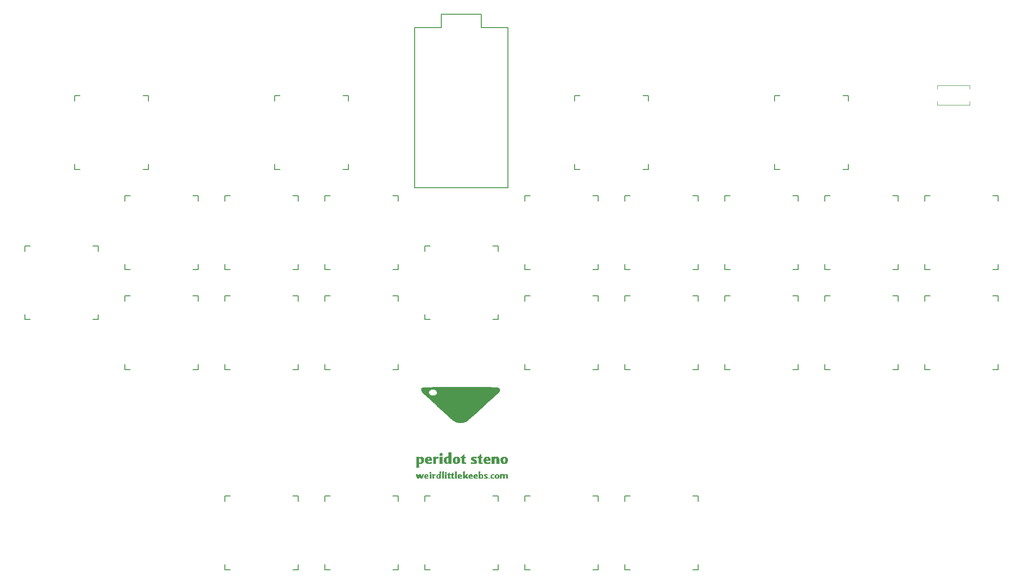
<source format=gto>
%TF.GenerationSoftware,KiCad,Pcbnew,(7.0.0)*%
%TF.CreationDate,2023-03-05T08:54:37+05:30*%
%TF.ProjectId,Peridot Steno,50657269-646f-4742-9053-74656e6f2e6b,rev?*%
%TF.SameCoordinates,Original*%
%TF.FileFunction,Legend,Top*%
%TF.FilePolarity,Positive*%
%FSLAX46Y46*%
G04 Gerber Fmt 4.6, Leading zero omitted, Abs format (unit mm)*
G04 Created by KiCad (PCBNEW (7.0.0)) date 2023-03-05 08:54:37*
%MOMM*%
%LPD*%
G01*
G04 APERTURE LIST*
%ADD10C,0.150000*%
%ADD11C,0.120000*%
%ADD12C,2.100000*%
%ADD13C,1.900000*%
%ADD14C,4.000000*%
%ADD15O,2.800000X2.000000*%
%ADD16O,2.500000X2.000000*%
%ADD17O,2.000000X2.800000*%
%ADD18O,2.000000X2.500000*%
%ADD19C,3.048000*%
%ADD20C,3.987800*%
%ADD21C,1.800000*%
%ADD22R,1.752600X1.752600*%
%ADD23C,1.752600*%
%ADD24R,1.600000X1.600000*%
%ADD25O,1.600000X1.600000*%
%ADD26R,2.000000X2.000000*%
G04 APERTURE END LIST*
D10*
%TO.C,SW26*%
X154925000Y-60675000D02*
X154925000Y-59675000D01*
X154925000Y-73675000D02*
X154925000Y-72675000D01*
X154925000Y-73675000D02*
X155925000Y-73675000D01*
X155925000Y-59675000D02*
X154925000Y-59675000D01*
X167925000Y-73675000D02*
X168925000Y-73675000D01*
X168925000Y-59675000D02*
X167925000Y-59675000D01*
X168925000Y-59675000D02*
X168925000Y-60675000D01*
X168925000Y-72675000D02*
X168925000Y-73675000D01*
%TO.C,SW19*%
X97775000Y-117825000D02*
X97775000Y-116825000D01*
X97775000Y-130825000D02*
X97775000Y-129825000D01*
X97775000Y-130825000D02*
X98775000Y-130825000D01*
X98775000Y-116825000D02*
X97775000Y-116825000D01*
X110775000Y-130825000D02*
X111775000Y-130825000D01*
X111775000Y-116825000D02*
X110775000Y-116825000D01*
X111775000Y-116825000D02*
X111775000Y-117825000D01*
X111775000Y-129825000D02*
X111775000Y-130825000D01*
%TO.C,SW17*%
X116825000Y-60675000D02*
X116825000Y-59675000D01*
X116825000Y-73675000D02*
X116825000Y-72675000D01*
X116825000Y-73675000D02*
X117825000Y-73675000D01*
X117825000Y-59675000D02*
X116825000Y-59675000D01*
X129825000Y-73675000D02*
X130825000Y-73675000D01*
X130825000Y-59675000D02*
X129825000Y-59675000D01*
X130825000Y-59675000D02*
X130825000Y-60675000D01*
X130825000Y-72675000D02*
X130825000Y-73675000D01*
%TO.C,SW42*%
X231125000Y-60675000D02*
X231125000Y-59675000D01*
X231125000Y-73675000D02*
X231125000Y-72675000D01*
X231125000Y-73675000D02*
X232125000Y-73675000D01*
X232125000Y-59675000D02*
X231125000Y-59675000D01*
X244125000Y-73675000D02*
X245125000Y-73675000D01*
X245125000Y-59675000D02*
X244125000Y-59675000D01*
X245125000Y-59675000D02*
X245125000Y-60675000D01*
X245125000Y-72675000D02*
X245125000Y-73675000D01*
%TO.C,SW27*%
X154925000Y-79725000D02*
X154925000Y-78725000D01*
X154925000Y-92725000D02*
X154925000Y-91725000D01*
X154925000Y-92725000D02*
X155925000Y-92725000D01*
X155925000Y-78725000D02*
X154925000Y-78725000D01*
X167925000Y-92725000D02*
X168925000Y-92725000D01*
X168925000Y-78725000D02*
X167925000Y-78725000D01*
X168925000Y-78725000D02*
X168925000Y-79725000D01*
X168925000Y-91725000D02*
X168925000Y-92725000D01*
%TO.C,SW36*%
X173975000Y-117825000D02*
X173975000Y-116825000D01*
X173975000Y-130825000D02*
X173975000Y-129825000D01*
X173975000Y-130825000D02*
X174975000Y-130825000D01*
X174975000Y-116825000D02*
X173975000Y-116825000D01*
X186975000Y-130825000D02*
X187975000Y-130825000D01*
X187975000Y-116825000D02*
X186975000Y-116825000D01*
X187975000Y-116825000D02*
X187975000Y-117825000D01*
X187975000Y-129825000D02*
X187975000Y-130825000D01*
%TO.C,SW21*%
X136875000Y-83200000D02*
X135875000Y-83200000D01*
X149875000Y-83200000D02*
X148875000Y-83200000D01*
X149875000Y-83200000D02*
X149875000Y-82200000D01*
X135875000Y-82200000D02*
X135875000Y-83200000D01*
X149875000Y-70200000D02*
X149875000Y-69200000D01*
X135875000Y-69200000D02*
X135875000Y-70200000D01*
X135875000Y-69200000D02*
X136875000Y-69200000D01*
X148875000Y-69200000D02*
X149875000Y-69200000D01*
%TO.C,SW32*%
X154925000Y-117825000D02*
X154925000Y-116825000D01*
X154925000Y-130825000D02*
X154925000Y-129825000D01*
X154925000Y-130825000D02*
X155925000Y-130825000D01*
X155925000Y-116825000D02*
X154925000Y-116825000D01*
X167925000Y-130825000D02*
X168925000Y-130825000D01*
X168925000Y-116825000D02*
X167925000Y-116825000D01*
X168925000Y-116825000D02*
X168925000Y-117825000D01*
X168925000Y-129825000D02*
X168925000Y-130825000D01*
%TO.C,SW28*%
X135875000Y-117825000D02*
X135875000Y-116825000D01*
X135875000Y-130825000D02*
X135875000Y-129825000D01*
X135875000Y-130825000D02*
X136875000Y-130825000D01*
X136875000Y-116825000D02*
X135875000Y-116825000D01*
X148875000Y-130825000D02*
X149875000Y-130825000D01*
X149875000Y-116825000D02*
X148875000Y-116825000D01*
X149875000Y-116825000D02*
X149875000Y-117825000D01*
X149875000Y-129825000D02*
X149875000Y-130825000D01*
%TO.C,SW33*%
X202550000Y-41625000D02*
X202550000Y-40625000D01*
X202550000Y-54625000D02*
X202550000Y-53625000D01*
X202550000Y-54625000D02*
X203550000Y-54625000D01*
X203550000Y-40625000D02*
X202550000Y-40625000D01*
X215550000Y-54625000D02*
X216550000Y-54625000D01*
X216550000Y-40625000D02*
X215550000Y-40625000D01*
X216550000Y-40625000D02*
X216550000Y-41625000D01*
X216550000Y-53625000D02*
X216550000Y-54625000D01*
%TO.C,SW34*%
X193025000Y-60675000D02*
X193025000Y-59675000D01*
X193025000Y-73675000D02*
X193025000Y-72675000D01*
X193025000Y-73675000D02*
X194025000Y-73675000D01*
X194025000Y-59675000D02*
X193025000Y-59675000D01*
X206025000Y-73675000D02*
X207025000Y-73675000D01*
X207025000Y-59675000D02*
X206025000Y-59675000D01*
X207025000Y-59675000D02*
X207025000Y-60675000D01*
X207025000Y-72675000D02*
X207025000Y-73675000D01*
%TO.C,SW39*%
X212075000Y-79725000D02*
X212075000Y-78725000D01*
X212075000Y-92725000D02*
X212075000Y-91725000D01*
X212075000Y-92725000D02*
X213075000Y-92725000D01*
X213075000Y-78725000D02*
X212075000Y-78725000D01*
X225075000Y-92725000D02*
X226075000Y-92725000D01*
X226075000Y-78725000D02*
X225075000Y-78725000D01*
X226075000Y-78725000D02*
X226075000Y-79725000D01*
X226075000Y-91725000D02*
X226075000Y-92725000D01*
%TO.C,SW31*%
X173975000Y-79725000D02*
X173975000Y-78725000D01*
X173975000Y-92725000D02*
X173975000Y-91725000D01*
X173975000Y-92725000D02*
X174975000Y-92725000D01*
X174975000Y-78725000D02*
X173975000Y-78725000D01*
X186975000Y-92725000D02*
X187975000Y-92725000D01*
X187975000Y-78725000D02*
X186975000Y-78725000D01*
X187975000Y-78725000D02*
X187975000Y-79725000D01*
X187975000Y-91725000D02*
X187975000Y-92725000D01*
%TO.C,SW9*%
X78725000Y-79725000D02*
X78725000Y-78725000D01*
X78725000Y-92725000D02*
X78725000Y-91725000D01*
X78725000Y-92725000D02*
X79725000Y-92725000D01*
X79725000Y-78725000D02*
X78725000Y-78725000D01*
X91725000Y-92725000D02*
X92725000Y-92725000D01*
X92725000Y-78725000D02*
X91725000Y-78725000D01*
X92725000Y-78725000D02*
X92725000Y-79725000D01*
X92725000Y-91725000D02*
X92725000Y-92725000D01*
%TO.C,U1*%
X146685000Y-25082500D02*
X146685000Y-27622500D01*
X139065000Y-25082500D02*
X146685000Y-25082500D01*
X151765000Y-27622500D02*
X151765000Y-58102500D01*
X146685000Y-27622500D02*
X151765000Y-27622500D01*
X139065000Y-27622500D02*
X139065000Y-25082500D01*
X133985000Y-27622500D02*
X139065000Y-27622500D01*
X133985000Y-27622500D02*
X133985000Y-58102500D01*
X151765000Y-58102500D02*
X133985000Y-58102500D01*
%TO.C,SW12*%
X97775000Y-60675000D02*
X97775000Y-59675000D01*
X97775000Y-73675000D02*
X97775000Y-72675000D01*
X97775000Y-73675000D02*
X98775000Y-73675000D01*
X98775000Y-59675000D02*
X97775000Y-59675000D01*
X110775000Y-73675000D02*
X111775000Y-73675000D01*
X111775000Y-59675000D02*
X110775000Y-59675000D01*
X111775000Y-59675000D02*
X111775000Y-60675000D01*
X111775000Y-72675000D02*
X111775000Y-73675000D01*
%TO.C,SW4*%
X60675000Y-83200000D02*
X59675000Y-83200000D01*
X73675000Y-83200000D02*
X72675000Y-83200000D01*
X73675000Y-83200000D02*
X73675000Y-82200000D01*
X59675000Y-82200000D02*
X59675000Y-83200000D01*
X73675000Y-70200000D02*
X73675000Y-69200000D01*
X59675000Y-69200000D02*
X59675000Y-70200000D01*
X59675000Y-69200000D02*
X60675000Y-69200000D01*
X72675000Y-69200000D02*
X73675000Y-69200000D01*
%TO.C,SW11*%
X107300000Y-41625000D02*
X107300000Y-40625000D01*
X107300000Y-54625000D02*
X107300000Y-53625000D01*
X107300000Y-54625000D02*
X108300000Y-54625000D01*
X108300000Y-40625000D02*
X107300000Y-40625000D01*
X120300000Y-54625000D02*
X121300000Y-54625000D01*
X121300000Y-40625000D02*
X120300000Y-40625000D01*
X121300000Y-40625000D02*
X121300000Y-41625000D01*
X121300000Y-53625000D02*
X121300000Y-54625000D01*
D11*
%TO.C,SW1*%
X239737900Y-42360850D02*
X239737900Y-41690290D01*
X239737900Y-39272210D02*
X239737900Y-38601650D01*
X239737900Y-38601650D02*
X233489500Y-38601650D01*
X233489500Y-42360850D02*
X239737900Y-42360850D01*
X233489500Y-41683601D02*
X233489500Y-42360850D01*
X233489500Y-38601650D02*
X233489500Y-39278899D01*
D10*
%TO.C,SW38*%
X212075000Y-60675000D02*
X212075000Y-59675000D01*
X212075000Y-73675000D02*
X212075000Y-72675000D01*
X212075000Y-73675000D02*
X213075000Y-73675000D01*
X213075000Y-59675000D02*
X212075000Y-59675000D01*
X225075000Y-73675000D02*
X226075000Y-73675000D01*
X226075000Y-59675000D02*
X225075000Y-59675000D01*
X226075000Y-59675000D02*
X226075000Y-60675000D01*
X226075000Y-72675000D02*
X226075000Y-73675000D01*
%TO.C,SW2*%
X69200000Y-41625000D02*
X69200000Y-40625000D01*
X69200000Y-54625000D02*
X69200000Y-53625000D01*
X69200000Y-54625000D02*
X70200000Y-54625000D01*
X70200000Y-40625000D02*
X69200000Y-40625000D01*
X82200000Y-54625000D02*
X83200000Y-54625000D01*
X83200000Y-40625000D02*
X82200000Y-40625000D01*
X83200000Y-40625000D02*
X83200000Y-41625000D01*
X83200000Y-53625000D02*
X83200000Y-54625000D01*
%TO.C,SW35*%
X193025000Y-79725000D02*
X193025000Y-78725000D01*
X193025000Y-92725000D02*
X193025000Y-91725000D01*
X193025000Y-92725000D02*
X194025000Y-92725000D01*
X194025000Y-78725000D02*
X193025000Y-78725000D01*
X206025000Y-92725000D02*
X207025000Y-92725000D01*
X207025000Y-78725000D02*
X206025000Y-78725000D01*
X207025000Y-78725000D02*
X207025000Y-79725000D01*
X207025000Y-91725000D02*
X207025000Y-92725000D01*
%TO.C,SW23*%
X116825000Y-117825000D02*
X116825000Y-116825000D01*
X116825000Y-130825000D02*
X116825000Y-129825000D01*
X116825000Y-130825000D02*
X117825000Y-130825000D01*
X117825000Y-116825000D02*
X116825000Y-116825000D01*
X129825000Y-130825000D02*
X130825000Y-130825000D01*
X130825000Y-116825000D02*
X129825000Y-116825000D01*
X130825000Y-116825000D02*
X130825000Y-117825000D01*
X130825000Y-129825000D02*
X130825000Y-130825000D01*
%TO.C,SW25*%
X164450000Y-41625000D02*
X164450000Y-40625000D01*
X164450000Y-54625000D02*
X164450000Y-53625000D01*
X164450000Y-54625000D02*
X165450000Y-54625000D01*
X165450000Y-40625000D02*
X164450000Y-40625000D01*
X177450000Y-54625000D02*
X178450000Y-54625000D01*
X178450000Y-40625000D02*
X177450000Y-40625000D01*
X178450000Y-40625000D02*
X178450000Y-41625000D01*
X178450000Y-53625000D02*
X178450000Y-54625000D01*
%TO.C,SW30*%
X173975000Y-60675000D02*
X173975000Y-59675000D01*
X173975000Y-73675000D02*
X173975000Y-72675000D01*
X173975000Y-73675000D02*
X174975000Y-73675000D01*
X174975000Y-59675000D02*
X173975000Y-59675000D01*
X186975000Y-73675000D02*
X187975000Y-73675000D01*
X187975000Y-59675000D02*
X186975000Y-59675000D01*
X187975000Y-59675000D02*
X187975000Y-60675000D01*
X187975000Y-72675000D02*
X187975000Y-73675000D01*
%TO.C,SW43*%
X231125000Y-79725000D02*
X231125000Y-78725000D01*
X231125000Y-92725000D02*
X231125000Y-91725000D01*
X231125000Y-92725000D02*
X232125000Y-92725000D01*
X232125000Y-78725000D02*
X231125000Y-78725000D01*
X244125000Y-92725000D02*
X245125000Y-92725000D01*
X245125000Y-78725000D02*
X244125000Y-78725000D01*
X245125000Y-78725000D02*
X245125000Y-79725000D01*
X245125000Y-91725000D02*
X245125000Y-92725000D01*
%TO.C,G\u002A\u002A\u002A*%
G36*
X142015505Y-113472576D02*
G01*
X141670777Y-113472576D01*
X141656313Y-112116590D01*
X141730076Y-112101856D01*
X141805648Y-112092096D01*
X141895596Y-112087241D01*
X141909672Y-112087122D01*
X142015505Y-112087122D01*
X142015505Y-113472576D01*
G37*
G36*
X148215887Y-113313568D02*
G01*
X148253276Y-113368049D01*
X148252427Y-113433758D01*
X148227922Y-113481945D01*
X148176832Y-113497821D01*
X148160666Y-113498233D01*
X148087445Y-113479455D01*
X148057626Y-113446920D01*
X148045416Y-113380347D01*
X148072661Y-113323674D01*
X148129563Y-113294129D01*
X148145185Y-113292980D01*
X148215887Y-113313568D01*
G37*
G36*
X139526818Y-113472576D02*
G01*
X139213032Y-113472576D01*
X139200231Y-112799091D01*
X139197097Y-112618657D01*
X139194833Y-112455776D01*
X139193487Y-112317273D01*
X139193111Y-112209975D01*
X139193751Y-112140705D01*
X139195334Y-112116353D01*
X139222997Y-112109667D01*
X139287322Y-112101389D01*
X139365028Y-112094113D01*
X139526818Y-112081126D01*
X139526818Y-113472576D01*
G37*
G36*
X137153586Y-112956238D02*
G01*
X137154728Y-113093527D01*
X137157854Y-113218777D01*
X137162516Y-113319784D01*
X137168265Y-113384348D01*
X137169621Y-113392399D01*
X137185657Y-113472576D01*
X136805002Y-113472576D01*
X136806112Y-113051607D01*
X136807222Y-112630637D01*
X136897020Y-112615727D01*
X136986994Y-112604935D01*
X137070202Y-112600535D01*
X137153586Y-112600253D01*
X137153586Y-112956238D01*
G37*
G36*
X139257424Y-110663182D02*
G01*
X138698676Y-110663182D01*
X138702242Y-110004656D01*
X138703686Y-109826139D01*
X138705902Y-109665107D01*
X138708719Y-109528501D01*
X138711969Y-109423259D01*
X138715481Y-109356319D01*
X138718636Y-109334621D01*
X138748066Y-109328226D01*
X138817315Y-109320095D01*
X138914974Y-109311427D01*
X138994444Y-109305660D01*
X139257424Y-109288207D01*
X139257424Y-110663182D01*
G37*
G36*
X137061416Y-112232387D02*
G01*
X137127286Y-112281583D01*
X137152966Y-112360359D01*
X137153193Y-112371364D01*
X137140122Y-112446821D01*
X137093852Y-112498693D01*
X137059060Y-112519442D01*
X136967975Y-112546994D01*
X136882453Y-112526218D01*
X136836339Y-112495764D01*
X136780490Y-112425921D01*
X136774428Y-112345725D01*
X136808677Y-112272426D01*
X136851209Y-112232963D01*
X136916238Y-112216891D01*
X136958640Y-112215404D01*
X137061416Y-112232387D01*
G37*
G36*
X140000825Y-112233586D02*
G01*
X140066574Y-112280829D01*
X140099472Y-112346179D01*
X140094470Y-112418683D01*
X140046519Y-112487386D01*
X140036490Y-112495764D01*
X139944716Y-112542210D01*
X139851976Y-112537447D01*
X139809040Y-112518282D01*
X139746395Y-112468988D01*
X139721758Y-112404003D01*
X139719635Y-112366906D01*
X139741656Y-112289129D01*
X139803639Y-112236608D01*
X139897900Y-112215545D01*
X139907273Y-112215404D01*
X140000825Y-112233586D01*
G37*
G36*
X140078785Y-112978687D02*
G01*
X140079931Y-113117389D01*
X140082844Y-113241536D01*
X140087130Y-113340272D01*
X140092394Y-113402742D01*
X140094605Y-113414849D01*
X140099917Y-113444297D01*
X140089584Y-113461518D01*
X140053670Y-113469789D01*
X139982239Y-113472382D01*
X139919454Y-113472576D01*
X139728832Y-113472576D01*
X139730451Y-113051592D01*
X139732071Y-112630609D01*
X139821869Y-112615713D01*
X139911845Y-112604931D01*
X139995051Y-112600535D01*
X140078434Y-112600253D01*
X140078785Y-112978687D01*
G37*
G36*
X139091487Y-108612956D02*
G01*
X139147823Y-108623885D01*
X139187480Y-108649487D01*
X139221244Y-108687627D01*
X139271822Y-108783839D01*
X139282953Y-108872430D01*
X139268376Y-108998476D01*
X139222065Y-109088278D01*
X139140952Y-109148208D01*
X139079168Y-109174300D01*
X139027289Y-109183132D01*
X138963461Y-109175918D01*
X138898638Y-109161658D01*
X138797354Y-109114929D01*
X138727750Y-109036913D01*
X138693016Y-108938998D01*
X138696340Y-108832573D01*
X138740909Y-108729027D01*
X138767845Y-108694446D01*
X138814101Y-108647664D01*
X138858292Y-108622530D01*
X138918891Y-108612410D01*
X139001186Y-108610657D01*
X139091487Y-108612956D01*
G37*
G36*
X137615404Y-112763137D02*
G01*
X137679231Y-112703175D01*
X137758923Y-112655022D01*
X137851620Y-112640975D01*
X137925720Y-112646836D01*
X137964889Y-112674303D01*
X137974814Y-112732430D01*
X137963358Y-112818880D01*
X137948935Y-112875540D01*
X137924085Y-112892850D01*
X137871324Y-112882287D01*
X137868138Y-112881376D01*
X137782046Y-112873823D01*
X137711426Y-112898719D01*
X137633946Y-112938785D01*
X137647568Y-113205681D01*
X137661190Y-113472576D01*
X137311137Y-113472576D01*
X137302917Y-113068485D01*
X137300119Y-112930759D01*
X137297730Y-112812808D01*
X137295926Y-112723370D01*
X137294883Y-112671185D01*
X137294697Y-112661381D01*
X137317942Y-112657285D01*
X137378593Y-112649577D01*
X137455051Y-112640864D01*
X137615404Y-112623361D01*
X137615404Y-112763137D01*
G37*
G36*
X138025909Y-109479097D02*
G01*
X138083636Y-109426312D01*
X138216526Y-109336942D01*
X138365738Y-109293995D01*
X138423117Y-109290556D01*
X138498776Y-109295924D01*
X138542664Y-109317399D01*
X138557870Y-109363032D01*
X138547482Y-109440876D01*
X138519663Y-109542288D01*
X138489203Y-109634609D01*
X138463980Y-109685909D01*
X138438414Y-109705326D01*
X138420099Y-109705389D01*
X138308432Y-109687382D01*
X138232050Y-109680932D01*
X138176291Y-109685841D01*
X138127633Y-109701435D01*
X138069464Y-109739950D01*
X138037159Y-109788013D01*
X138037130Y-109788129D01*
X138032889Y-109831816D01*
X138030156Y-109916656D01*
X138029065Y-110032506D01*
X138029747Y-110169223D01*
X138031042Y-110255949D01*
X138038737Y-110668853D01*
X137754056Y-110666018D01*
X137469375Y-110663182D01*
X137471834Y-110002247D01*
X137472958Y-109797671D01*
X137474852Y-109638787D01*
X137477859Y-109519976D01*
X137482321Y-109435617D01*
X137488582Y-109380091D01*
X137496983Y-109347780D01*
X137507868Y-109333062D01*
X137512778Y-109330899D01*
X137554362Y-109324549D01*
X137633329Y-109316305D01*
X137735853Y-109307534D01*
X137788586Y-109303596D01*
X138025909Y-109286704D01*
X138025909Y-109479097D01*
G37*
G36*
X148978494Y-112641082D02*
G01*
X149062095Y-112647258D01*
X149112752Y-112655983D01*
X149115360Y-112656945D01*
X149142578Y-112672486D01*
X149144626Y-112697313D01*
X149121505Y-112747808D01*
X149115360Y-112759571D01*
X149084720Y-112817490D01*
X149065758Y-112852466D01*
X149064219Y-112855108D01*
X149043576Y-112849862D01*
X149027017Y-112835866D01*
X148982453Y-112815530D01*
X148913275Y-112805678D01*
X148903138Y-112805505D01*
X148809327Y-112824495D01*
X148746226Y-112882838D01*
X148711924Y-112982590D01*
X148707428Y-113016131D01*
X148716041Y-113136614D01*
X148763108Y-113234810D01*
X148841067Y-113303116D01*
X148942354Y-113333931D01*
X149019499Y-113329819D01*
X149077432Y-113323729D01*
X149104320Y-113342469D01*
X149116600Y-113386831D01*
X149122917Y-113445799D01*
X149118500Y-113478844D01*
X149088916Y-113488044D01*
X149021396Y-113494881D01*
X148929306Y-113498124D01*
X148908215Y-113498233D01*
X148784589Y-113493862D01*
X148691988Y-113478320D01*
X148610679Y-113447966D01*
X148595436Y-113440505D01*
X148492147Y-113370185D01*
X148427883Y-113279060D01*
X148398634Y-113159084D01*
X148397387Y-113043105D01*
X148423150Y-112892435D01*
X148482703Y-112778331D01*
X148578029Y-112699126D01*
X148711111Y-112653154D01*
X148878636Y-112638738D01*
X148978494Y-112641082D01*
G37*
G36*
X149209198Y-113002806D02*
G01*
X149544474Y-113002806D01*
X149544761Y-113108756D01*
X149558402Y-113206313D01*
X149584975Y-113277692D01*
X149596438Y-113292398D01*
X149657258Y-113327295D01*
X149714250Y-113312250D01*
X149751672Y-113265992D01*
X149767837Y-113205458D01*
X149775264Y-113113811D01*
X149774175Y-113010463D01*
X149764793Y-112914826D01*
X149747341Y-112846312D01*
X149746841Y-112845198D01*
X149702941Y-112791723D01*
X149648191Y-112785554D01*
X149592839Y-112827221D01*
X149585647Y-112836871D01*
X149557962Y-112906249D01*
X149544474Y-113002806D01*
X149209198Y-113002806D01*
X149221082Y-112910798D01*
X149276137Y-112796614D01*
X149370555Y-112710207D01*
X149417033Y-112683637D01*
X149552044Y-112638235D01*
X149694635Y-112629179D01*
X149832649Y-112653819D01*
X149953928Y-112709508D01*
X150046314Y-112793595D01*
X150067359Y-112825315D01*
X150104538Y-112929637D01*
X150117780Y-113056650D01*
X150107020Y-113184225D01*
X150072190Y-113290232D01*
X150068775Y-113296401D01*
X149990997Y-113384878D01*
X149878279Y-113452234D01*
X149745057Y-113491322D01*
X149661162Y-113498233D01*
X149501681Y-113474346D01*
X149417033Y-113440505D01*
X149304945Y-113361566D01*
X149234857Y-113257300D01*
X149203973Y-113122741D01*
X149201978Y-113058708D01*
X149209198Y-113002806D01*
G37*
G36*
X141290872Y-112306225D02*
G01*
X141305821Y-112357191D01*
X141309945Y-112454410D01*
X141309950Y-112459142D01*
X141309950Y-112625909D01*
X141399748Y-112625909D01*
X141460079Y-112630200D01*
X141484825Y-112651964D01*
X141489546Y-112702879D01*
X141483188Y-112757397D01*
X141453200Y-112777491D01*
X141412576Y-112779849D01*
X141335606Y-112779849D01*
X141335606Y-113020445D01*
X141338812Y-113153213D01*
X141350570Y-113241518D01*
X141374092Y-113291929D01*
X141412588Y-113311016D01*
X141469271Y-113305351D01*
X141474263Y-113304132D01*
X141518750Y-113297447D01*
X141537158Y-113316494D01*
X141540856Y-113373757D01*
X141540859Y-113377252D01*
X141528808Y-113451983D01*
X141500275Y-113482659D01*
X141452372Y-113490599D01*
X141371559Y-113494940D01*
X141275871Y-113495746D01*
X141183339Y-113493085D01*
X141111996Y-113487022D01*
X141085161Y-113481143D01*
X141044877Y-113449495D01*
X141015083Y-113387616D01*
X140994147Y-113289415D01*
X140980441Y-113148807D01*
X140976414Y-113074899D01*
X140963586Y-112792677D01*
X140893030Y-112784559D01*
X140835318Y-112763052D01*
X140819407Y-112722327D01*
X140843847Y-112670772D01*
X140907187Y-112616778D01*
X140923784Y-112606772D01*
X140996053Y-112555068D01*
X141078439Y-112481031D01*
X141135253Y-112420775D01*
X141210170Y-112339023D01*
X141260516Y-112300504D01*
X141290872Y-112306225D01*
G37*
G36*
X146135917Y-113207638D02*
G01*
X146495643Y-113207638D01*
X146497511Y-113281655D01*
X146505138Y-113323837D01*
X146519967Y-113343883D01*
X146536571Y-113350200D01*
X146617414Y-113344595D01*
X146681923Y-113297515D01*
X146713110Y-113231709D01*
X146727554Y-113123470D01*
X146726907Y-113012395D01*
X146712039Y-112919178D01*
X146698483Y-112883699D01*
X146661411Y-112843470D01*
X146600389Y-112835024D01*
X146587083Y-112836078D01*
X146505404Y-112843990D01*
X146498086Y-113092086D01*
X146495643Y-113207638D01*
X146135917Y-113207638D01*
X146127612Y-112786471D01*
X146124276Y-112611854D01*
X146121493Y-112455357D01*
X146119370Y-112323924D01*
X146118012Y-112224498D01*
X146117526Y-112164022D01*
X146117821Y-112148357D01*
X146142628Y-112144602D01*
X146205222Y-112137491D01*
X146292307Y-112128530D01*
X146296607Y-112128106D01*
X146472659Y-112110761D01*
X146435159Y-112684803D01*
X146495938Y-112666548D01*
X146657632Y-112633179D01*
X146788438Y-112640358D01*
X146889652Y-112689010D01*
X146962566Y-112780065D01*
X147008476Y-112914449D01*
X147026133Y-113046537D01*
X147025421Y-113192853D01*
X146996598Y-113302576D01*
X146935594Y-113384447D01*
X146839870Y-113446469D01*
X146728406Y-113480865D01*
X146587537Y-113496034D01*
X146435581Y-113491609D01*
X146290856Y-113467220D01*
X146258629Y-113458169D01*
X146140137Y-113421679D01*
X146135917Y-113207638D01*
G37*
G36*
X143485913Y-112997930D02*
G01*
X143589349Y-112882475D01*
X143655107Y-112803546D01*
X143712957Y-112724774D01*
X143738717Y-112683637D01*
X143764597Y-112640666D01*
X143792299Y-112615773D01*
X143835580Y-112604025D01*
X143908199Y-112600487D01*
X143971238Y-112600253D01*
X144061550Y-112602678D01*
X144127621Y-112609077D01*
X144156778Y-112618140D01*
X144157195Y-112619495D01*
X144140399Y-112645612D01*
X144096070Y-112698955D01*
X144032376Y-112769896D01*
X144002086Y-112802335D01*
X143847610Y-112965931D01*
X144015548Y-113184576D01*
X144084463Y-113277373D01*
X144139677Y-113357568D01*
X144174589Y-113415205D01*
X144183485Y-113437898D01*
X144170786Y-113455448D01*
X144127629Y-113466277D01*
X144046425Y-113471556D01*
X143958498Y-113472576D01*
X143733511Y-113472576D01*
X143650601Y-113321763D01*
X143601485Y-113238579D01*
X143555359Y-113170736D01*
X143525058Y-113135753D01*
X143503532Y-113121797D01*
X143492362Y-113130538D01*
X143490015Y-113170490D01*
X143494960Y-113250167D01*
X143497926Y-113286566D01*
X143513429Y-113472576D01*
X143187932Y-113472576D01*
X143177966Y-112799091D01*
X143175340Y-112619036D01*
X143173051Y-112456894D01*
X143171188Y-112319409D01*
X143169838Y-112213330D01*
X143169093Y-112145401D01*
X143169025Y-112122352D01*
X143192918Y-112118297D01*
X143254718Y-112110733D01*
X143341273Y-112101266D01*
X143345183Y-112100858D01*
X143520315Y-112082620D01*
X143485913Y-112997930D01*
G37*
G36*
X150594692Y-112619737D02*
G01*
X150597626Y-112648359D01*
X150598919Y-112685802D01*
X150611265Y-112698987D01*
X150647365Y-112689741D01*
X150709124Y-112664394D01*
X150834808Y-112630547D01*
X150954489Y-112632016D01*
X151053394Y-112668188D01*
X151069148Y-112679349D01*
X151137086Y-112732788D01*
X151253960Y-112676210D01*
X151356803Y-112637722D01*
X151455742Y-112630127D01*
X151489936Y-112633056D01*
X151565119Y-112646630D01*
X151622359Y-112672478D01*
X151664307Y-112717042D01*
X151693615Y-112786769D01*
X151712936Y-112888100D01*
X151724922Y-113027481D01*
X151732226Y-113211356D01*
X151732533Y-113222445D01*
X151739343Y-113472616D01*
X151368903Y-113472576D01*
X151354495Y-112843990D01*
X151288157Y-112836279D01*
X151236176Y-112836857D01*
X151200255Y-112857319D01*
X151178021Y-112904557D01*
X151167102Y-112985458D01*
X151165126Y-113106914D01*
X151166851Y-113188589D01*
X151174899Y-113472681D01*
X150988889Y-113472628D01*
X150802879Y-113472576D01*
X150802879Y-113163892D01*
X150801315Y-113020320D01*
X150794586Y-112921584D01*
X150779633Y-112861248D01*
X150753398Y-112832879D01*
X150712823Y-112830041D01*
X150654849Y-112846301D01*
X150652351Y-112847178D01*
X150584798Y-112870987D01*
X150584798Y-113472634D01*
X150238434Y-113472576D01*
X150238434Y-112625909D01*
X150337854Y-112625909D01*
X150428171Y-112621502D01*
X150512649Y-112610801D01*
X150517450Y-112609874D01*
X150573047Y-112603393D01*
X150594692Y-112619737D01*
G37*
G36*
X144201412Y-112957795D02*
G01*
X144525446Y-112957795D01*
X144538413Y-112978354D01*
X144583642Y-112984656D01*
X144631986Y-112985101D01*
X144704126Y-112981893D01*
X144738340Y-112968245D01*
X144747824Y-112938127D01*
X144747929Y-112932102D01*
X144732774Y-112854758D01*
X144694157Y-112798890D01*
X144647542Y-112779849D01*
X144589200Y-112799965D01*
X144548394Y-112863276D01*
X144532897Y-112914546D01*
X144525446Y-112957795D01*
X144201412Y-112957795D01*
X144246135Y-112843757D01*
X144325603Y-112743948D01*
X144413416Y-112683637D01*
X144559060Y-112632644D01*
X144696695Y-112625734D01*
X144819336Y-112659144D01*
X144919996Y-112729110D01*
X144991689Y-112831869D01*
X145027429Y-112963658D01*
X145030152Y-113015874D01*
X145030152Y-113137246D01*
X144774375Y-113144557D01*
X144518597Y-113151869D01*
X144550592Y-113216010D01*
X144610074Y-113281314D01*
X144702397Y-113317474D01*
X144817112Y-113322898D01*
X144943770Y-113295993D01*
X144981673Y-113281737D01*
X145011139Y-113281204D01*
X145029674Y-113316763D01*
X145038610Y-113360817D01*
X145045922Y-113425713D01*
X145044361Y-113465227D01*
X145042580Y-113468700D01*
X145009427Y-113477257D01*
X144938114Y-113483459D01*
X144841742Y-113487220D01*
X144733414Y-113488455D01*
X144626233Y-113487077D01*
X144533300Y-113482999D01*
X144467718Y-113476135D01*
X144452076Y-113472589D01*
X144338889Y-113413546D01*
X144256604Y-113323043D01*
X144205702Y-113210946D01*
X144186667Y-113087122D01*
X144199984Y-112961437D01*
X144201412Y-112957795D01*
G37*
G36*
X141198905Y-109978917D02*
G01*
X141725537Y-109978917D01*
X141731648Y-110108464D01*
X141752856Y-110248185D01*
X141786260Y-110344618D01*
X141836296Y-110405199D01*
X141907399Y-110437364D01*
X141930691Y-110442125D01*
X141960228Y-110428966D01*
X142008813Y-110392863D01*
X142015256Y-110387374D01*
X142063226Y-110317185D01*
X142096492Y-110210896D01*
X142114765Y-110081654D01*
X142117757Y-109942606D01*
X142105177Y-109806900D01*
X142076736Y-109687683D01*
X142032613Y-109598729D01*
X141970625Y-109540892D01*
X141909553Y-109529117D01*
X141852471Y-109558195D01*
X141802455Y-109622922D01*
X141762577Y-109718088D01*
X141735913Y-109838489D01*
X141725537Y-109978917D01*
X141198905Y-109978917D01*
X141219055Y-109796362D01*
X141281438Y-109626664D01*
X141381802Y-109489626D01*
X141517857Y-109387243D01*
X141687314Y-109321512D01*
X141887885Y-109294427D01*
X142000497Y-109296082D01*
X142173178Y-109319322D01*
X142312791Y-109369946D01*
X142432956Y-109454047D01*
X142496935Y-109518153D01*
X142575532Y-109628715D01*
X142624171Y-109758216D01*
X142646494Y-109918142D01*
X142648900Y-109997485D01*
X142626972Y-110183329D01*
X142561928Y-110350755D01*
X142458219Y-110492509D01*
X142320291Y-110601339D01*
X142259242Y-110632818D01*
X142118485Y-110675733D01*
X141953314Y-110694853D01*
X141785149Y-110689453D01*
X141635410Y-110658811D01*
X141622260Y-110654326D01*
X141460749Y-110572238D01*
X141336413Y-110455510D01*
X141250618Y-110306255D01*
X141204732Y-110126587D01*
X141196940Y-109996724D01*
X141198905Y-109978917D01*
G37*
G36*
X150312151Y-110033873D02*
G01*
X150837712Y-110033873D01*
X150851610Y-110169025D01*
X150881739Y-110285691D01*
X150928099Y-110370671D01*
X150944429Y-110387374D01*
X150995652Y-110426524D01*
X151031674Y-110444904D01*
X151033788Y-110445101D01*
X151066949Y-110429611D01*
X151117215Y-110391867D01*
X151122407Y-110387374D01*
X151170950Y-110316558D01*
X151206239Y-110209196D01*
X151227393Y-110078543D01*
X151233530Y-109937853D01*
X151223769Y-109800379D01*
X151197227Y-109679376D01*
X151173379Y-109621151D01*
X151116137Y-109552437D01*
X151044915Y-109528638D01*
X150970182Y-109551985D01*
X150944428Y-109572367D01*
X150893403Y-109649480D01*
X150858608Y-109760901D01*
X150840045Y-109893432D01*
X150837712Y-110033873D01*
X150312151Y-110033873D01*
X150309703Y-109996112D01*
X150330645Y-109796146D01*
X150391947Y-109626720D01*
X150491324Y-109489837D01*
X150626491Y-109387499D01*
X150795163Y-109321708D01*
X150995053Y-109294468D01*
X151108577Y-109296082D01*
X151308475Y-109327985D01*
X151473136Y-109397064D01*
X151601601Y-109502312D01*
X151692914Y-109642724D01*
X151746118Y-109817293D01*
X151760606Y-109981518D01*
X151742372Y-110184421D01*
X151684217Y-110355418D01*
X151587430Y-110493174D01*
X151453305Y-110596350D01*
X151283132Y-110663611D01*
X151078205Y-110693618D01*
X151072273Y-110693896D01*
X150933789Y-110694646D01*
X150823541Y-110681011D01*
X150730594Y-110654389D01*
X150572512Y-110573019D01*
X150449842Y-110455710D01*
X150364409Y-110305316D01*
X150318038Y-110124693D01*
X150312151Y-110033873D01*
G37*
G36*
X145173704Y-112932102D02*
G01*
X145491970Y-112932102D01*
X145500029Y-112966664D01*
X145533318Y-112981965D01*
X145594596Y-112985101D01*
X145661521Y-112980939D01*
X145691148Y-112963748D01*
X145697222Y-112932102D01*
X145681706Y-112853748D01*
X145641916Y-112798098D01*
X145594596Y-112779849D01*
X145541782Y-112802868D01*
X145504270Y-112861900D01*
X145491970Y-112932102D01*
X145173704Y-112932102D01*
X145186254Y-112890727D01*
X145255695Y-112778640D01*
X145348799Y-112693120D01*
X145436353Y-112652332D01*
X145601271Y-112625487D01*
X145740650Y-112642455D01*
X145852527Y-112701976D01*
X145934938Y-112802790D01*
X145985919Y-112943639D01*
X145997219Y-113012137D01*
X146012249Y-113139041D01*
X145752109Y-113139041D01*
X145628157Y-113140363D01*
X145548624Y-113146347D01*
X145506639Y-113160020D01*
X145495335Y-113184409D01*
X145507843Y-113222539D01*
X145517928Y-113242231D01*
X145572500Y-113293433D01*
X145660732Y-113320366D01*
X145770483Y-113321898D01*
X145889613Y-113296896D01*
X145932981Y-113280964D01*
X145964063Y-113279044D01*
X145983702Y-113312446D01*
X145993788Y-113356173D01*
X146001006Y-113421473D01*
X145996392Y-113462996D01*
X145994070Y-113466503D01*
X145958305Y-113477267D01*
X145884625Y-113484777D01*
X145786328Y-113488986D01*
X145676711Y-113489846D01*
X145569071Y-113487309D01*
X145476708Y-113481327D01*
X145412917Y-113471852D01*
X145402172Y-113468635D01*
X145286263Y-113403859D01*
X145205076Y-113305637D01*
X145154901Y-113169180D01*
X145149217Y-113141981D01*
X145148189Y-113016225D01*
X145173704Y-112932102D01*
G37*
G36*
X135786191Y-112939497D02*
G01*
X136101667Y-112939497D01*
X136111323Y-112968196D01*
X136148384Y-112981823D01*
X136219160Y-112985101D01*
X136336653Y-112985101D01*
X136318769Y-112901718D01*
X136300354Y-112828094D01*
X136280257Y-112792071D01*
X136248918Y-112780540D01*
X136229890Y-112779849D01*
X136177476Y-112801818D01*
X136130214Y-112855007D01*
X136103422Y-112920344D01*
X136101667Y-112939497D01*
X135786191Y-112939497D01*
X135788054Y-112924659D01*
X135846920Y-112798088D01*
X135943421Y-112705229D01*
X136065382Y-112650950D01*
X136224997Y-112626991D01*
X136363124Y-112647528D01*
X136475362Y-112709317D01*
X136557311Y-112809117D01*
X136604571Y-112943685D01*
X136614655Y-113055657D01*
X136614798Y-113139041D01*
X136358232Y-113139041D01*
X136250537Y-113141103D01*
X136165101Y-113146665D01*
X136112784Y-113154786D01*
X136101667Y-113161237D01*
X136121650Y-113209663D01*
X136170083Y-113264540D01*
X136229691Y-113309031D01*
X136269911Y-113325199D01*
X136359582Y-113326578D01*
X136468706Y-113305996D01*
X136542928Y-113280868D01*
X136576323Y-113279614D01*
X136599842Y-113316164D01*
X136609919Y-113348467D01*
X136620231Y-113412394D01*
X136614314Y-113454728D01*
X136612522Y-113457176D01*
X136579385Y-113468092D01*
X136507159Y-113478688D01*
X136408054Y-113487438D01*
X136340279Y-113491189D01*
X136219161Y-113495105D01*
X136134470Y-113493008D01*
X136071481Y-113482942D01*
X136015470Y-113462952D01*
X135973384Y-113442448D01*
X135863614Y-113360960D01*
X135795739Y-113250790D01*
X135768762Y-113110193D01*
X135768171Y-113082984D01*
X135786191Y-112939497D01*
G37*
G36*
X140605774Y-112315774D02*
G01*
X140614176Y-112377000D01*
X140617222Y-112459142D01*
X140617222Y-112625909D01*
X140715405Y-112625909D01*
X140778742Y-112628723D01*
X140804076Y-112644841D01*
X140804686Y-112685777D01*
X140802503Y-112701436D01*
X140782972Y-112759165D01*
X140737781Y-112782710D01*
X140723563Y-112784819D01*
X140691157Y-112790550D01*
X140670764Y-112805458D01*
X140659081Y-112839845D01*
X140652805Y-112904012D01*
X140648634Y-113008263D01*
X140648257Y-113019709D01*
X140647016Y-113150571D01*
X140655769Y-113237555D01*
X140677958Y-113287680D01*
X140717026Y-113307960D01*
X140776415Y-113305414D01*
X140787470Y-113303463D01*
X140873642Y-113287297D01*
X140856852Y-113373522D01*
X140837762Y-113437572D01*
X140813961Y-113477126D01*
X140812026Y-113478597D01*
X140773751Y-113488050D01*
X140699901Y-113494942D01*
X140606200Y-113497829D01*
X140602818Y-113497840D01*
X140498613Y-113495053D01*
X140430664Y-113483990D01*
X140384163Y-113461425D01*
X140365805Y-113446209D01*
X140332506Y-113410146D01*
X140309402Y-113368066D01*
X140294287Y-113309762D01*
X140284955Y-113225026D01*
X140279201Y-113103652D01*
X140277245Y-113036415D01*
X140270859Y-112792677D01*
X140200303Y-112784559D01*
X140144006Y-112761230D01*
X140125809Y-112717964D01*
X140145353Y-112668797D01*
X140202279Y-112627762D01*
X140204334Y-112626896D01*
X140257547Y-112593758D01*
X140330740Y-112534067D01*
X140409744Y-112459569D01*
X140424744Y-112444188D01*
X140494885Y-112373939D01*
X140552890Y-112320928D01*
X140588873Y-112294027D01*
X140593894Y-112292374D01*
X140605774Y-112315774D01*
G37*
G36*
X146615324Y-109316213D02*
G01*
X146907158Y-109316213D01*
X146890376Y-109399596D01*
X146870744Y-109490610D01*
X146851228Y-109542381D01*
X146821869Y-109565980D01*
X146772706Y-109572480D01*
X146734584Y-109572778D01*
X146620859Y-109572778D01*
X146620859Y-109929872D01*
X146621991Y-110063128D01*
X146625094Y-110180225D01*
X146629731Y-110270436D01*
X146635463Y-110323035D01*
X146637186Y-110329514D01*
X146680974Y-110378512D01*
X146755200Y-110402484D01*
X146842973Y-110396232D01*
X146848785Y-110394644D01*
X146896594Y-110383633D01*
X146921705Y-110394074D01*
X146935398Y-110437045D01*
X146943518Y-110487665D01*
X146949135Y-110569813D01*
X146939208Y-110622555D01*
X146934435Y-110629263D01*
X146899040Y-110641372D01*
X146824479Y-110653102D01*
X146722886Y-110662857D01*
X146642596Y-110667636D01*
X146514405Y-110671862D01*
X146424445Y-110669985D01*
X146359860Y-110660752D01*
X146307798Y-110642905D01*
X146287323Y-110632929D01*
X146226581Y-110595364D01*
X146181015Y-110549510D01*
X146148541Y-110487896D01*
X146127073Y-110403054D01*
X146114527Y-110287515D01*
X146108817Y-110133808D01*
X146107767Y-109989697D01*
X146107727Y-109572778D01*
X145876818Y-109572778D01*
X145876818Y-109476522D01*
X145881051Y-109417552D01*
X145901590Y-109378037D01*
X145950198Y-109342290D01*
X145996643Y-109316699D01*
X146109770Y-109244530D01*
X146227848Y-109149242D01*
X146336181Y-109044363D01*
X146420073Y-108943416D01*
X146445587Y-108903499D01*
X146489879Y-108837583D01*
X146534118Y-108808302D01*
X146577037Y-108803081D01*
X146652050Y-108803081D01*
X146615324Y-109316213D01*
G37*
G36*
X143437305Y-109053233D02*
G01*
X143432159Y-109303384D01*
X143572234Y-109310939D01*
X143712310Y-109318494D01*
X143660220Y-109572778D01*
X143410002Y-109572778D01*
X143418309Y-109947124D01*
X143421950Y-110093343D01*
X143426275Y-110197090D01*
X143432737Y-110267198D01*
X143442785Y-110312502D01*
X143457870Y-110341838D01*
X143479443Y-110364039D01*
X143487919Y-110371051D01*
X143558710Y-110406265D01*
X143603374Y-110405175D01*
X143668369Y-110386794D01*
X143699886Y-110378001D01*
X143725861Y-110380033D01*
X143741106Y-110411116D01*
X143750012Y-110481510D01*
X143751199Y-110497948D01*
X143752460Y-110575162D01*
X143745907Y-110628910D01*
X143738705Y-110642859D01*
X143705417Y-110649395D01*
X143632817Y-110656426D01*
X143532885Y-110662947D01*
X143456483Y-110666535D01*
X143316741Y-110669468D01*
X143215956Y-110664556D01*
X143142232Y-110650812D01*
X143104611Y-110637298D01*
X143041389Y-110604623D01*
X142993552Y-110564138D01*
X142958793Y-110508512D01*
X142934802Y-110430417D01*
X142919271Y-110322525D01*
X142909890Y-110177505D01*
X142904656Y-110002526D01*
X142895483Y-109572778D01*
X142795443Y-109572778D01*
X142731298Y-109570169D01*
X142702877Y-109552443D01*
X142695632Y-109504750D01*
X142695404Y-109470673D01*
X142699697Y-109405790D01*
X142720986Y-109365026D01*
X142771890Y-109330005D01*
X142803300Y-109313524D01*
X142891201Y-109257107D01*
X142995441Y-109173248D01*
X143101433Y-109075451D01*
X143194587Y-108977222D01*
X143260317Y-108892064D01*
X143262723Y-108888227D01*
X143318487Y-108823012D01*
X143378899Y-108803081D01*
X143442452Y-108803081D01*
X143437305Y-109053233D01*
G37*
G36*
X147628146Y-112633075D02*
G01*
X147723091Y-112639295D01*
X147799107Y-112648025D01*
X147841361Y-112658516D01*
X147844270Y-112660566D01*
X147845233Y-112690024D01*
X147834090Y-112750547D01*
X147826887Y-112779216D01*
X147807518Y-112845063D01*
X147789523Y-112869712D01*
X147760986Y-112861528D01*
X147733986Y-112844428D01*
X147664012Y-112814956D01*
X147592362Y-112809143D01*
X147534702Y-112825256D01*
X147506695Y-112861563D01*
X147506010Y-112869647D01*
X147528331Y-112916813D01*
X147597495Y-112966323D01*
X147621465Y-112978918D01*
X147743443Y-113046095D01*
X147823697Y-113106216D01*
X147869898Y-113166125D01*
X147886997Y-113215943D01*
X147884224Y-113317817D01*
X147839403Y-113405387D01*
X147760359Y-113464490D01*
X147746699Y-113469795D01*
X147682710Y-113482173D01*
X147584059Y-113490415D01*
X147467254Y-113494216D01*
X147348802Y-113493275D01*
X147245210Y-113487290D01*
X147190601Y-113479980D01*
X147157799Y-113469899D01*
X147144745Y-113448641D01*
X147151307Y-113405141D01*
X147177349Y-113328336D01*
X147188401Y-113298588D01*
X147208812Y-113258830D01*
X147237422Y-113258960D01*
X147268359Y-113276827D01*
X147346910Y-113313185D01*
X147430210Y-113331907D01*
X147497782Y-113329246D01*
X147514949Y-113321931D01*
X147542952Y-113281359D01*
X147525413Y-113229899D01*
X147465484Y-113172845D01*
X147403064Y-113134059D01*
X147319318Y-113082324D01*
X147246266Y-113026262D01*
X147217374Y-112997931D01*
X147168847Y-112909297D01*
X147165958Y-112818923D01*
X147204347Y-112736607D01*
X147279652Y-112672146D01*
X147378050Y-112636984D01*
X147440794Y-112631170D01*
X147529103Y-112630117D01*
X147628146Y-112633075D01*
G37*
G36*
X149810835Y-109300021D02*
G01*
X149906133Y-109345886D01*
X149992726Y-109424895D01*
X150052715Y-109519711D01*
X150060999Y-109542357D01*
X150070962Y-109597239D01*
X150081220Y-109693655D01*
X150091031Y-109821834D01*
X150099653Y-109972007D01*
X150106346Y-110134403D01*
X150106649Y-110143677D01*
X150122980Y-110650435D01*
X149930556Y-110650677D01*
X149820177Y-110653011D01*
X149715941Y-110658897D01*
X149640580Y-110667039D01*
X149543029Y-110683159D01*
X149560846Y-110261281D01*
X149567099Y-110064180D01*
X149566479Y-109912289D01*
X149557999Y-109799844D01*
X149540673Y-109721080D01*
X149513512Y-109670232D01*
X149475530Y-109641537D01*
X149453418Y-109634002D01*
X149368893Y-109634920D01*
X149276530Y-109668773D01*
X149198932Y-109727188D01*
X149197471Y-109728787D01*
X149181467Y-109751459D01*
X149170355Y-109783577D01*
X149163645Y-109832994D01*
X149160849Y-109907562D01*
X149161477Y-110015133D01*
X149165040Y-110163561D01*
X149166749Y-110221934D01*
X149180094Y-110666387D01*
X148609242Y-110663985D01*
X148609242Y-110001849D01*
X148609383Y-109800595D01*
X148610107Y-109644738D01*
X148611865Y-109528363D01*
X148615108Y-109445552D01*
X148620289Y-109390392D01*
X148627859Y-109356965D01*
X148638270Y-109339357D01*
X148651972Y-109331651D01*
X148660556Y-109329591D01*
X148708868Y-109323352D01*
X148793020Y-109315523D01*
X148897623Y-109307481D01*
X148936364Y-109304863D01*
X149160859Y-109290257D01*
X149160859Y-109369514D01*
X149166154Y-109421266D01*
X149179011Y-109439342D01*
X149180101Y-109438910D01*
X149370599Y-109355275D01*
X149548886Y-109304302D01*
X149706819Y-109287784D01*
X149810835Y-109300021D01*
G37*
G36*
X135136977Y-112629650D02*
G01*
X135163752Y-112674418D01*
X135189409Y-112735724D01*
X135221939Y-112829782D01*
X135255599Y-112939601D01*
X135266598Y-112978669D01*
X135293380Y-113071851D01*
X135314664Y-113137561D01*
X135327506Y-113167148D01*
X135329912Y-113164697D01*
X135336180Y-113123899D01*
X135351573Y-113046483D01*
X135373372Y-112945760D01*
X135386268Y-112888889D01*
X135440922Y-112651566D01*
X135578870Y-112651566D01*
X135669297Y-112656810D01*
X135711723Y-112672895D01*
X135715765Y-112683637D01*
X135707329Y-112717847D01*
X135684727Y-112791393D01*
X135650882Y-112895229D01*
X135608717Y-113020307D01*
X135581068Y-113100556D01*
X135447424Y-113485404D01*
X135253968Y-113492801D01*
X135060512Y-113500197D01*
X135012184Y-113306121D01*
X134987445Y-113217919D01*
X134964677Y-113156075D01*
X134947913Y-113131039D01*
X134944930Y-113131957D01*
X134928579Y-113165270D01*
X134904095Y-113233208D01*
X134877507Y-113318637D01*
X134829008Y-113485404D01*
X134636501Y-113492808D01*
X134443994Y-113500211D01*
X134323218Y-113107959D01*
X134282170Y-112972873D01*
X134247145Y-112854230D01*
X134220720Y-112761032D01*
X134205473Y-112702284D01*
X134202762Y-112687180D01*
X134225843Y-112672835D01*
X134284157Y-112657365D01*
X134361745Y-112643176D01*
X134442648Y-112632673D01*
X134510907Y-112628264D01*
X134550564Y-112632353D01*
X134553554Y-112634295D01*
X134563001Y-112663266D01*
X134576822Y-112727728D01*
X134588959Y-112795694D01*
X134608994Y-112901081D01*
X134632877Y-113005011D01*
X134646181Y-113053742D01*
X134678472Y-113160867D01*
X134739882Y-112893388D01*
X134801291Y-112625909D01*
X134883827Y-112625909D01*
X134971956Y-112620631D01*
X135044440Y-112610294D01*
X135101109Y-112605817D01*
X135136977Y-112629650D01*
G37*
G36*
X135935939Y-109810062D02*
G01*
X135941148Y-109794653D01*
X136460859Y-109794653D01*
X136460859Y-109880657D01*
X136801369Y-109880657D01*
X136784893Y-109760455D01*
X136757562Y-109642550D01*
X136714883Y-109563069D01*
X136660141Y-109527086D01*
X136633301Y-109526307D01*
X136576077Y-109556829D01*
X136521234Y-109621546D01*
X136479348Y-109703999D01*
X136460995Y-109787731D01*
X136460859Y-109794653D01*
X135941148Y-109794653D01*
X135994642Y-109636400D01*
X136091418Y-109496479D01*
X136224869Y-109391653D01*
X136393596Y-109323279D01*
X136596203Y-109292712D01*
X136664354Y-109291119D01*
X136844424Y-109309860D01*
X136990219Y-109365553D01*
X137102911Y-109459388D01*
X137183672Y-109592555D01*
X137233675Y-109766243D01*
X137248886Y-109884096D01*
X137263654Y-110060253D01*
X136863771Y-110060253D01*
X136704655Y-110061915D01*
X136579029Y-110066668D01*
X136492426Y-110074164D01*
X136450378Y-110084054D01*
X136447693Y-110086456D01*
X136446169Y-110132004D01*
X136473553Y-110197305D01*
X136520716Y-110267669D01*
X136578528Y-110328406D01*
X136613775Y-110353685D01*
X136728797Y-110393682D01*
X136866423Y-110400681D01*
X137010112Y-110374863D01*
X137081571Y-110348601D01*
X137200126Y-110296159D01*
X137217092Y-110389873D01*
X137232362Y-110469263D01*
X137246580Y-110535767D01*
X137247492Y-110539620D01*
X137249146Y-110573756D01*
X137227242Y-110598586D01*
X137171360Y-110622365D01*
X137123871Y-110637526D01*
X137002867Y-110664579D01*
X136855623Y-110682814D01*
X136699085Y-110691549D01*
X136550203Y-110690102D01*
X136425925Y-110677791D01*
X136378840Y-110667500D01*
X136208281Y-110597887D01*
X136077477Y-110496563D01*
X135985751Y-110362572D01*
X135932424Y-110194957D01*
X135916707Y-110016108D01*
X135929350Y-109880657D01*
X135935939Y-109810062D01*
G37*
G36*
X138081829Y-113035264D02*
G01*
X138365203Y-113035264D01*
X138366792Y-113141267D01*
X138390723Y-113230352D01*
X138433377Y-113293900D01*
X138491137Y-113323295D01*
X138554156Y-113312926D01*
X138584168Y-113296790D01*
X138602445Y-113274406D01*
X138611373Y-113234678D01*
X138613342Y-113166511D01*
X138610739Y-113058809D01*
X138610499Y-113051127D01*
X138603182Y-112818334D01*
X138513496Y-112818334D01*
X138454657Y-112823315D01*
X138420773Y-112847574D01*
X138394968Y-112905086D01*
X138389574Y-112920960D01*
X138365203Y-113035264D01*
X138081829Y-113035264D01*
X138097372Y-112908838D01*
X138155621Y-112782214D01*
X138252502Y-112689321D01*
X138388127Y-112630046D01*
X138528671Y-112606417D01*
X138695545Y-112593022D01*
X138678202Y-112356753D01*
X138660859Y-112120485D01*
X138744268Y-112103803D01*
X138830730Y-112092056D01*
X138922126Y-112087122D01*
X139017747Y-112087122D01*
X138994413Y-112260303D01*
X138987531Y-112340831D01*
X138982351Y-112461235D01*
X138979117Y-112610100D01*
X138978074Y-112776010D01*
X138979466Y-112947550D01*
X138979555Y-112953049D01*
X138982077Y-113129854D01*
X138982803Y-113261777D01*
X138981328Y-113355230D01*
X138977247Y-113416623D01*
X138970153Y-113452369D01*
X138959642Y-113468880D01*
X138946712Y-113472594D01*
X138897105Y-113475948D01*
X138820580Y-113484420D01*
X138786359Y-113488892D01*
X138712965Y-113496113D01*
X138677399Y-113489590D01*
X138667391Y-113466676D01*
X138667323Y-113463235D01*
X138659797Y-113429589D01*
X138630892Y-113427317D01*
X138571123Y-113456098D01*
X138564697Y-113459748D01*
X138458922Y-113493101D01*
X138341088Y-113487364D01*
X138236032Y-113446262D01*
X138150319Y-113366113D01*
X138097868Y-113249531D01*
X138077893Y-113094643D01*
X138077644Y-113069309D01*
X138081829Y-113035264D01*
G37*
G36*
X142152227Y-112939497D02*
G01*
X142464495Y-112939497D01*
X142474279Y-112968352D01*
X142511742Y-112981951D01*
X142580438Y-112985101D01*
X142651116Y-112983300D01*
X142682490Y-112972275D01*
X142686562Y-112943601D01*
X142680922Y-112914546D01*
X142661853Y-112836282D01*
X142643812Y-112796084D01*
X142618856Y-112781497D01*
X142595038Y-112779849D01*
X142540835Y-112801912D01*
X142492662Y-112855482D01*
X142465999Y-112921629D01*
X142464495Y-112939497D01*
X142152227Y-112939497D01*
X142156581Y-112909506D01*
X142203186Y-112807040D01*
X142285725Y-112718971D01*
X142320429Y-112691636D01*
X142371865Y-112662035D01*
X142436804Y-112645622D01*
X142530880Y-112639214D01*
X142580069Y-112638738D01*
X142680496Y-112640492D01*
X142745861Y-112648805D01*
X142792379Y-112668250D01*
X142836263Y-112703401D01*
X142847752Y-112714249D01*
X142927507Y-112825062D01*
X142970634Y-112965844D01*
X142977483Y-113055657D01*
X142977626Y-113139041D01*
X142721061Y-113139041D01*
X142613358Y-113140121D01*
X142527920Y-113143033D01*
X142475606Y-113147285D01*
X142464495Y-113150662D01*
X142474000Y-113180020D01*
X142494234Y-113227553D01*
X142548689Y-113289170D01*
X142636586Y-113321390D01*
X142748478Y-113322989D01*
X142874920Y-113292743D01*
X142905757Y-113280868D01*
X142939151Y-113279614D01*
X142962671Y-113316164D01*
X142972747Y-113348467D01*
X142983059Y-113412394D01*
X142977142Y-113454728D01*
X142975350Y-113457176D01*
X142942213Y-113468092D01*
X142869987Y-113478688D01*
X142770883Y-113487438D01*
X142703108Y-113491189D01*
X142581989Y-113495105D01*
X142497298Y-113493008D01*
X142434310Y-113482942D01*
X142378298Y-113462952D01*
X142336212Y-113442448D01*
X142232245Y-113370618D01*
X142167703Y-113278827D01*
X142138416Y-113158712D01*
X142137185Y-113043105D01*
X142152227Y-112939497D01*
G37*
G36*
X139496248Y-110082370D02*
G01*
X140010229Y-110082370D01*
X140039403Y-110223773D01*
X140096498Y-110334000D01*
X140119129Y-110359846D01*
X140177113Y-110400945D01*
X140239892Y-110404571D01*
X140319613Y-110370125D01*
X140354926Y-110348207D01*
X140377939Y-110331073D01*
X140393734Y-110309134D01*
X140403435Y-110273641D01*
X140408165Y-110215844D01*
X140409046Y-110126993D01*
X140407201Y-109998338D01*
X140406239Y-109948398D01*
X140399141Y-109586775D01*
X140328586Y-109561996D01*
X140232079Y-109550569D01*
X140149245Y-109586267D01*
X140082726Y-109666104D01*
X140035167Y-109787090D01*
X140011580Y-109920436D01*
X140010229Y-110082370D01*
X139496248Y-110082370D01*
X139492142Y-110028231D01*
X139500786Y-109930481D01*
X139509405Y-109876463D01*
X139562969Y-109686120D01*
X139651925Y-109532904D01*
X139776123Y-109416933D01*
X139935411Y-109338324D01*
X140129639Y-109297195D01*
X140261467Y-109290556D01*
X140436343Y-109290556D01*
X140425395Y-109220000D01*
X140419977Y-109167009D01*
X140413452Y-109075815D01*
X140406664Y-108959491D01*
X140400784Y-108838647D01*
X140387122Y-108527850D01*
X140610662Y-108509712D01*
X140721876Y-108499729D01*
X140821315Y-108489108D01*
X140891924Y-108479722D01*
X140905308Y-108477353D01*
X140976414Y-108463132D01*
X140976414Y-110650354D01*
X140880202Y-110650536D01*
X140802824Y-110653130D01*
X140699272Y-110659682D01*
X140610808Y-110667075D01*
X140437626Y-110683431D01*
X140437626Y-110615579D01*
X140434274Y-110565560D01*
X140427346Y-110547728D01*
X140400449Y-110557690D01*
X140341241Y-110583516D01*
X140279820Y-110611618D01*
X140112511Y-110665233D01*
X139950228Y-110668756D01*
X139806062Y-110626927D01*
X139689332Y-110549465D01*
X139600011Y-110433850D01*
X139535434Y-110276330D01*
X139522178Y-110227279D01*
X139498931Y-110117752D01*
X139496248Y-110082370D01*
G37*
G36*
X147070039Y-109878073D02*
G01*
X147120207Y-109697449D01*
X147211272Y-109540982D01*
X147340303Y-109414460D01*
X147427290Y-109359254D01*
X147486086Y-109332339D01*
X147549724Y-109315524D01*
X147632289Y-109306641D01*
X147747865Y-109303521D01*
X147790106Y-109303384D01*
X147910636Y-109304435D01*
X147993726Y-109309406D01*
X148053236Y-109321025D01*
X148103024Y-109342022D01*
X148156951Y-109375124D01*
X148157988Y-109375810D01*
X148263407Y-109475939D01*
X148341245Y-109617114D01*
X148389999Y-109796186D01*
X148401936Y-109887071D01*
X148418247Y-110060253D01*
X148007028Y-110060253D01*
X147853438Y-110060528D01*
X147743776Y-110061984D01*
X147670654Y-110065564D01*
X147626687Y-110072214D01*
X147604490Y-110082877D01*
X147596675Y-110098499D01*
X147595808Y-110112840D01*
X147618008Y-110205723D01*
X147675835Y-110294376D01*
X147756130Y-110358660D01*
X147756596Y-110358902D01*
X147865500Y-110392403D01*
X147997905Y-110399663D01*
X148133563Y-110381252D01*
X148237266Y-110345381D01*
X148303083Y-110315281D01*
X148346117Y-110298816D01*
X148354654Y-110297753D01*
X148360744Y-110324450D01*
X148370339Y-110386939D01*
X148378404Y-110448236D01*
X148396255Y-110592482D01*
X148271839Y-110636763D01*
X148148518Y-110667284D01*
X147994230Y-110686202D01*
X147828139Y-110692869D01*
X147669407Y-110686641D01*
X147537199Y-110666872D01*
X147518838Y-110662145D01*
X147353109Y-110592431D01*
X147223358Y-110486477D01*
X147130639Y-110345639D01*
X147076007Y-110171272D01*
X147063701Y-110077064D01*
X147069957Y-109880657D01*
X147593483Y-109880657D01*
X147929343Y-109880657D01*
X147929343Y-109779701D01*
X147916617Y-109657111D01*
X147880048Y-109573451D01*
X147822055Y-109531936D01*
X147745852Y-109535530D01*
X147691893Y-109577298D01*
X147645712Y-109660411D01*
X147612683Y-109774957D01*
X147610903Y-109784445D01*
X147593483Y-109880657D01*
X147069957Y-109880657D01*
X147070039Y-109878073D01*
G37*
G36*
X145429825Y-109319249D02*
G01*
X145546060Y-109327121D01*
X145654977Y-109338579D01*
X145745322Y-109352228D01*
X145805840Y-109366673D01*
X145825505Y-109379287D01*
X145816031Y-109404599D01*
X145792122Y-109461243D01*
X145760549Y-109533826D01*
X145728084Y-109606955D01*
X145701498Y-109665234D01*
X145687562Y-109693271D01*
X145687177Y-109693767D01*
X145663487Y-109686297D01*
X145608035Y-109661209D01*
X145556918Y-109636040D01*
X145428395Y-109585170D01*
X145325686Y-109576552D01*
X145250346Y-109606545D01*
X145214045Y-109645653D01*
X145213989Y-109687180D01*
X145253178Y-109734618D01*
X145334611Y-109791461D01*
X145461288Y-109861203D01*
X145475118Y-109868286D01*
X145618002Y-109946240D01*
X145719222Y-110015497D01*
X145785932Y-110083176D01*
X145825283Y-110156394D01*
X145843484Y-110234860D01*
X145836670Y-110363778D01*
X145784792Y-110480908D01*
X145693926Y-110578671D01*
X145570149Y-110649488D01*
X145491455Y-110673928D01*
X145375515Y-110690422D01*
X145225602Y-110696848D01*
X145058049Y-110693261D01*
X144889188Y-110679718D01*
X144825850Y-110671657D01*
X144739574Y-110658122D01*
X144676081Y-110645877D01*
X144650031Y-110637978D01*
X144652481Y-110610533D01*
X144668476Y-110548093D01*
X144694571Y-110464077D01*
X144695056Y-110462619D01*
X144750082Y-110297264D01*
X144888986Y-110372497D01*
X145007764Y-110424333D01*
X145116017Y-110448952D01*
X145206479Y-110447638D01*
X145271886Y-110421673D01*
X145304973Y-110372341D01*
X145298474Y-110300925D01*
X145298226Y-110300221D01*
X145271779Y-110258487D01*
X145216721Y-110211305D01*
X145126214Y-110153565D01*
X145030152Y-110099821D01*
X144918262Y-110037649D01*
X144842004Y-109989254D01*
X144790885Y-109945927D01*
X144754413Y-109898957D01*
X144725869Y-109847229D01*
X144682686Y-109720082D01*
X144688603Y-109605496D01*
X144744244Y-109499208D01*
X144783227Y-109455379D01*
X144855849Y-109396435D01*
X144942534Y-109355697D01*
X145053248Y-109330573D01*
X145197956Y-109318471D01*
X145317525Y-109316356D01*
X145429825Y-109319249D01*
G37*
G36*
X134267222Y-110058091D02*
G01*
X134267222Y-109700307D01*
X134793182Y-109700307D01*
X134793182Y-110058091D01*
X134793481Y-110199834D01*
X134795234Y-110298446D01*
X134799720Y-110362111D01*
X134808219Y-110399010D01*
X134822012Y-110417326D01*
X134842380Y-110425242D01*
X134850909Y-110426995D01*
X134925075Y-110439178D01*
X134974419Y-110438570D01*
X135024030Y-110424292D01*
X135033907Y-110420590D01*
X135097845Y-110379836D01*
X135137936Y-110335703D01*
X135182179Y-110235199D01*
X135206784Y-110109118D01*
X135212085Y-109972568D01*
X135198417Y-109840658D01*
X135166115Y-109728498D01*
X135122935Y-109658550D01*
X135054566Y-109609391D01*
X134978068Y-109604865D01*
X134884603Y-109644647D01*
X134876566Y-109649467D01*
X134793182Y-109700307D01*
X134267222Y-109700307D01*
X134267222Y-109372798D01*
X134379844Y-109357333D01*
X134469479Y-109348785D01*
X134580876Y-109343169D01*
X134655652Y-109341869D01*
X134744134Y-109343096D01*
X134793015Y-109349778D01*
X134814000Y-109366412D01*
X134818792Y-109397499D01*
X134818838Y-109404599D01*
X134818838Y-109467328D01*
X134960681Y-109404599D01*
X135123411Y-109354113D01*
X135282756Y-109344321D01*
X135429881Y-109373481D01*
X135555949Y-109439850D01*
X135651533Y-109540791D01*
X135713000Y-109650806D01*
X135750212Y-109765537D01*
X135767846Y-109902708D01*
X135770882Y-109993025D01*
X135767494Y-110105767D01*
X135750444Y-110194049D01*
X135713884Y-110284126D01*
X135699669Y-110312630D01*
X135595230Y-110462794D01*
X135456004Y-110578994D01*
X135288425Y-110657828D01*
X135098927Y-110695893D01*
X134972157Y-110697464D01*
X134820284Y-110688839D01*
X134836193Y-111037509D01*
X134852103Y-111386179D01*
X134597553Y-111401687D01*
X134485052Y-111409724D01*
X134389592Y-111418721D01*
X134324325Y-111427326D01*
X134305112Y-111431745D01*
X134295596Y-111430242D01*
X134287787Y-111414797D01*
X134281523Y-111381016D01*
X134276642Y-111324506D01*
X134272980Y-111240872D01*
X134270374Y-111125722D01*
X134268662Y-110974661D01*
X134267680Y-110783296D01*
X134267267Y-110547232D01*
X134267222Y-110409546D01*
X134267222Y-110058091D01*
G37*
G36*
X135451136Y-97114529D02*
G01*
X136695095Y-97114529D01*
X136725736Y-97258127D01*
X136807231Y-97400700D01*
X136832333Y-97432070D01*
X136919399Y-97510178D01*
X137038921Y-97584138D01*
X137172426Y-97643535D01*
X137249693Y-97667386D01*
X137361776Y-97681372D01*
X137500667Y-97678431D01*
X137645326Y-97660172D01*
X137774715Y-97628205D01*
X137778486Y-97626934D01*
X137882743Y-97576437D01*
X137989479Y-97500229D01*
X138084948Y-97410613D01*
X138155399Y-97319892D01*
X138181112Y-97266627D01*
X138202550Y-97129540D01*
X138186313Y-96983022D01*
X138135435Y-96848879D01*
X138119275Y-96822254D01*
X138008974Y-96699792D01*
X137866138Y-96607534D01*
X137700391Y-96546432D01*
X137521358Y-96517439D01*
X137338664Y-96521508D01*
X137161933Y-96559594D01*
X137000790Y-96632648D01*
X136905831Y-96702078D01*
X136785389Y-96834057D01*
X136715061Y-96972357D01*
X136695095Y-97114529D01*
X135451136Y-97114529D01*
X135422016Y-97084699D01*
X135419457Y-97081647D01*
X135291181Y-96897078D01*
X135210673Y-96729494D01*
X135177940Y-96579210D01*
X135192994Y-96446539D01*
X135255846Y-96331794D01*
X135366504Y-96235291D01*
X135391590Y-96219829D01*
X135414961Y-96205572D01*
X135435915Y-96192304D01*
X135456283Y-96179989D01*
X135477899Y-96168591D01*
X135502597Y-96158076D01*
X135532209Y-96148407D01*
X135568569Y-96139550D01*
X135613509Y-96131467D01*
X135668864Y-96124125D01*
X135736465Y-96117487D01*
X135818146Y-96111518D01*
X135915741Y-96106182D01*
X136031082Y-96101443D01*
X136166002Y-96097267D01*
X136322336Y-96093618D01*
X136501915Y-96090459D01*
X136706573Y-96087756D01*
X136938144Y-96085472D01*
X137198459Y-96083573D01*
X137489354Y-96082023D01*
X137812659Y-96080786D01*
X138170210Y-96079827D01*
X138563839Y-96079110D01*
X138995378Y-96078599D01*
X139466662Y-96078260D01*
X139979523Y-96078056D01*
X140535795Y-96077952D01*
X141137310Y-96077912D01*
X141785902Y-96077901D01*
X142483405Y-96077883D01*
X142710542Y-96077870D01*
X143411591Y-96077829D01*
X144063193Y-96077808D01*
X144667216Y-96077822D01*
X145225526Y-96077883D01*
X145739990Y-96078006D01*
X146212474Y-96078204D01*
X146644846Y-96078490D01*
X147038973Y-96078879D01*
X147396720Y-96079383D01*
X147719955Y-96080017D01*
X148010544Y-96080793D01*
X148270355Y-96081725D01*
X148501254Y-96082828D01*
X148705107Y-96084113D01*
X148883782Y-96085596D01*
X149039146Y-96087290D01*
X149173064Y-96089207D01*
X149287405Y-96091362D01*
X149384034Y-96093769D01*
X149464818Y-96096440D01*
X149531625Y-96099390D01*
X149586320Y-96102631D01*
X149630772Y-96106179D01*
X149666845Y-96110045D01*
X149696408Y-96114243D01*
X149721327Y-96118788D01*
X149743469Y-96123693D01*
X149764700Y-96128971D01*
X149765263Y-96129115D01*
X149941116Y-96187190D01*
X150079121Y-96260598D01*
X150174037Y-96346222D01*
X150201735Y-96388756D01*
X150234925Y-96506661D01*
X150227067Y-96644964D01*
X150180441Y-96796576D01*
X150097330Y-96954408D01*
X149980016Y-97111370D01*
X149962941Y-97130709D01*
X149929767Y-97163684D01*
X149861084Y-97228666D01*
X149759489Y-97323299D01*
X149627580Y-97445227D01*
X149467954Y-97592092D01*
X149283210Y-97761539D01*
X149075944Y-97951210D01*
X148848756Y-98158750D01*
X148604242Y-98381802D01*
X148345000Y-98618009D01*
X148073628Y-98865016D01*
X147792723Y-99120465D01*
X147504884Y-99382000D01*
X147212709Y-99647265D01*
X146918794Y-99913903D01*
X146625737Y-100179557D01*
X146336138Y-100441872D01*
X146052592Y-100698491D01*
X145777698Y-100947057D01*
X145514054Y-101185214D01*
X145264257Y-101410605D01*
X145030905Y-101620875D01*
X144816595Y-101813666D01*
X144623927Y-101986621D01*
X144455496Y-102137386D01*
X144313902Y-102263602D01*
X144201741Y-102362914D01*
X144121612Y-102432966D01*
X144076112Y-102471399D01*
X144071216Y-102475221D01*
X143858871Y-102611574D01*
X143610635Y-102730090D01*
X143369872Y-102815325D01*
X143266026Y-102844082D01*
X143169972Y-102864122D01*
X143067148Y-102877278D01*
X142942989Y-102885380D01*
X142782931Y-102890260D01*
X142772374Y-102890480D01*
X142634123Y-102892403D01*
X142509736Y-102892456D01*
X142410420Y-102890757D01*
X142347382Y-102887422D01*
X142336212Y-102885937D01*
X142024249Y-102809092D01*
X141732530Y-102702195D01*
X141471172Y-102569435D01*
X141306477Y-102459435D01*
X141261643Y-102422607D01*
X141182360Y-102354016D01*
X141071201Y-102256012D01*
X140930737Y-102130947D01*
X140763544Y-101981171D01*
X140572193Y-101809034D01*
X140359259Y-101616887D01*
X140127313Y-101407081D01*
X139878930Y-101181966D01*
X139616683Y-100943893D01*
X139343144Y-100695212D01*
X139060887Y-100438274D01*
X138772484Y-100175429D01*
X138480510Y-99909029D01*
X138187537Y-99641423D01*
X137896139Y-99374962D01*
X137608888Y-99111997D01*
X137328358Y-98854879D01*
X137057122Y-98605957D01*
X136797752Y-98367583D01*
X136552823Y-98142107D01*
X136324908Y-97931880D01*
X136116578Y-97739252D01*
X135930409Y-97566573D01*
X135768972Y-97416195D01*
X135634841Y-97290468D01*
X135530590Y-97191743D01*
X135458790Y-97122370D01*
X135451136Y-97114529D01*
G37*
%TO.C,SW8*%
X78725000Y-60675000D02*
X78725000Y-59675000D01*
X78725000Y-73675000D02*
X78725000Y-72675000D01*
X78725000Y-73675000D02*
X79725000Y-73675000D01*
X79725000Y-59675000D02*
X78725000Y-59675000D01*
X91725000Y-73675000D02*
X92725000Y-73675000D01*
X92725000Y-59675000D02*
X91725000Y-59675000D01*
X92725000Y-59675000D02*
X92725000Y-60675000D01*
X92725000Y-72675000D02*
X92725000Y-73675000D01*
%TO.C,SW13*%
X97775000Y-79725000D02*
X97775000Y-78725000D01*
X97775000Y-92725000D02*
X97775000Y-91725000D01*
X97775000Y-92725000D02*
X98775000Y-92725000D01*
X98775000Y-78725000D02*
X97775000Y-78725000D01*
X110775000Y-92725000D02*
X111775000Y-92725000D01*
X111775000Y-78725000D02*
X110775000Y-78725000D01*
X111775000Y-78725000D02*
X111775000Y-79725000D01*
X111775000Y-91725000D02*
X111775000Y-92725000D01*
%TO.C,SW18*%
X116825000Y-79725000D02*
X116825000Y-78725000D01*
X116825000Y-92725000D02*
X116825000Y-91725000D01*
X116825000Y-92725000D02*
X117825000Y-92725000D01*
X117825000Y-78725000D02*
X116825000Y-78725000D01*
X129825000Y-92725000D02*
X130825000Y-92725000D01*
X130825000Y-78725000D02*
X129825000Y-78725000D01*
X130825000Y-78725000D02*
X130825000Y-79725000D01*
X130825000Y-91725000D02*
X130825000Y-92725000D01*
%TD*%
%LPC*%
D12*
%TO.C,SW26*%
X156425000Y-66675000D03*
D13*
X156845000Y-66675000D03*
D14*
X161925000Y-66675000D03*
D13*
X167005000Y-66675000D03*
D12*
X167425000Y-66675000D03*
D15*
X156824999Y-70574999D03*
D16*
X158114999Y-64134999D03*
D15*
X161924999Y-72574999D03*
D16*
X164464999Y-61594999D03*
%TD*%
D12*
%TO.C,SW19*%
X99275000Y-123825000D03*
D13*
X99695000Y-123825000D03*
D14*
X104775000Y-123825000D03*
D13*
X109855000Y-123825000D03*
D12*
X110275000Y-123825000D03*
D15*
X99674999Y-127724999D03*
D16*
X100964999Y-121284999D03*
D15*
X104774999Y-129724999D03*
D16*
X107314999Y-118744999D03*
%TD*%
D12*
%TO.C,SW17*%
X118325000Y-66675000D03*
D13*
X118745000Y-66675000D03*
D14*
X123825000Y-66675000D03*
D13*
X128905000Y-66675000D03*
D12*
X129325000Y-66675000D03*
D15*
X118724999Y-70574999D03*
D16*
X120014999Y-64134999D03*
D15*
X123824999Y-72574999D03*
D16*
X126364999Y-61594999D03*
%TD*%
D12*
%TO.C,SW42*%
X232625000Y-66675000D03*
D13*
X233045000Y-66675000D03*
D14*
X238125000Y-66675000D03*
D13*
X243205000Y-66675000D03*
D12*
X243625000Y-66675000D03*
D15*
X233024999Y-70574999D03*
D16*
X234314999Y-64134999D03*
D15*
X238124999Y-72574999D03*
D16*
X240664999Y-61594999D03*
%TD*%
D12*
%TO.C,SW27*%
X156425000Y-85725000D03*
D13*
X156845000Y-85725000D03*
D14*
X161925000Y-85725000D03*
D13*
X167005000Y-85725000D03*
D12*
X167425000Y-85725000D03*
D15*
X156824999Y-89624999D03*
D16*
X158114999Y-83184999D03*
D15*
X161924999Y-91624999D03*
D16*
X164464999Y-80644999D03*
%TD*%
D12*
%TO.C,SW36*%
X175475000Y-123825000D03*
D13*
X175895000Y-123825000D03*
D14*
X180975000Y-123825000D03*
D13*
X186055000Y-123825000D03*
D12*
X186475000Y-123825000D03*
D15*
X175874999Y-127724999D03*
D16*
X177164999Y-121284999D03*
D15*
X180974999Y-129724999D03*
D16*
X183514999Y-118744999D03*
%TD*%
D12*
%TO.C,SW21*%
X142875000Y-81700000D03*
D13*
X142875000Y-81280000D03*
D14*
X142875000Y-76200000D03*
D13*
X142875000Y-71120000D03*
D12*
X142875000Y-70700000D03*
D17*
X146774999Y-81299999D03*
D18*
X140334999Y-80009999D03*
D17*
X148774999Y-76199999D03*
D18*
X137794999Y-73659999D03*
%TD*%
D12*
%TO.C,SW32*%
X156425000Y-123825000D03*
D13*
X156845000Y-123825000D03*
D14*
X161925000Y-123825000D03*
D13*
X167005000Y-123825000D03*
D12*
X167425000Y-123825000D03*
D15*
X156824999Y-127724999D03*
D16*
X158114999Y-121284999D03*
D15*
X161924999Y-129724999D03*
D16*
X164464999Y-118744999D03*
%TD*%
D12*
%TO.C,SW28*%
X137375000Y-123825000D03*
D13*
X137795000Y-123825000D03*
D14*
X142875000Y-123825000D03*
D13*
X147955000Y-123825000D03*
D12*
X148375000Y-123825000D03*
D15*
X137774999Y-127724999D03*
D16*
X139064999Y-121284999D03*
D15*
X142874999Y-129724999D03*
D16*
X145414999Y-118744999D03*
%TD*%
D12*
%TO.C,SW33*%
X204050000Y-47625000D03*
D13*
X204470000Y-47625000D03*
D14*
X209550000Y-47625000D03*
D13*
X214630000Y-47625000D03*
D12*
X215050000Y-47625000D03*
D15*
X204449999Y-51524999D03*
D16*
X205739999Y-45084999D03*
D15*
X209549999Y-53524999D03*
D16*
X212089999Y-42544999D03*
%TD*%
D12*
%TO.C,SW34*%
X194525000Y-66675000D03*
D13*
X194945000Y-66675000D03*
D14*
X200025000Y-66675000D03*
D13*
X205105000Y-66675000D03*
D12*
X205525000Y-66675000D03*
D15*
X194924999Y-70574999D03*
D16*
X196214999Y-64134999D03*
D15*
X200024999Y-72574999D03*
D16*
X202564999Y-61594999D03*
%TD*%
D19*
%TO.C,REF\u002A\u002A*%
X197650000Y-40640000D03*
D20*
X197650000Y-55880000D03*
D19*
X221450000Y-40640000D03*
D20*
X221450000Y-55880000D03*
%TD*%
D12*
%TO.C,SW39*%
X213575000Y-85725000D03*
D13*
X213995000Y-85725000D03*
D14*
X219075000Y-85725000D03*
D13*
X224155000Y-85725000D03*
D12*
X224575000Y-85725000D03*
D15*
X213974999Y-89624999D03*
D16*
X215264999Y-83184999D03*
D15*
X219074999Y-91624999D03*
D16*
X221614999Y-80644999D03*
%TD*%
D12*
%TO.C,SW31*%
X175475000Y-85725000D03*
D13*
X175895000Y-85725000D03*
D14*
X180975000Y-85725000D03*
D13*
X186055000Y-85725000D03*
D12*
X186475000Y-85725000D03*
D15*
X175874999Y-89624999D03*
D16*
X177164999Y-83184999D03*
D15*
X180974999Y-91624999D03*
D16*
X183514999Y-80644999D03*
%TD*%
D12*
%TO.C,SW9*%
X80225000Y-85725000D03*
D13*
X80645000Y-85725000D03*
D14*
X85725000Y-85725000D03*
D13*
X90805000Y-85725000D03*
D12*
X91225000Y-85725000D03*
D15*
X80624999Y-89624999D03*
D16*
X81914999Y-83184999D03*
D15*
X85724999Y-91624999D03*
D16*
X88264999Y-80644999D03*
%TD*%
D21*
%TO.C,U1*%
X135255000Y-28892500D03*
X135255000Y-31432500D03*
X135255000Y-33972500D03*
X135255000Y-36512500D03*
X135255000Y-39052500D03*
X135255000Y-41592500D03*
X135255000Y-44132500D03*
X135255000Y-46672500D03*
X135255000Y-49212500D03*
X135255000Y-51752500D03*
X135255000Y-54292500D03*
X135255000Y-56832500D03*
X150495000Y-56832500D03*
X150495000Y-54292500D03*
X150495000Y-51752500D03*
X150495000Y-49212500D03*
X150495000Y-46672500D03*
X150495000Y-44132500D03*
X150495000Y-41592500D03*
X150495000Y-39052500D03*
X150495000Y-36512500D03*
X150495000Y-33972500D03*
X150495000Y-31432500D03*
X150495000Y-28892500D03*
%TD*%
D12*
%TO.C,SW12*%
X99275000Y-66675000D03*
D13*
X99695000Y-66675000D03*
D14*
X104775000Y-66675000D03*
D13*
X109855000Y-66675000D03*
D12*
X110275000Y-66675000D03*
D15*
X99674999Y-70574999D03*
D16*
X100964999Y-64134999D03*
D15*
X104774999Y-72574999D03*
D16*
X107314999Y-61594999D03*
%TD*%
D12*
%TO.C,SW4*%
X66675000Y-81700000D03*
D13*
X66675000Y-81280000D03*
D14*
X66675000Y-76200000D03*
D13*
X66675000Y-71120000D03*
D12*
X66675000Y-70700000D03*
D17*
X70574999Y-81299999D03*
D18*
X64134999Y-80009999D03*
D17*
X72574999Y-76199999D03*
D18*
X61594999Y-73659999D03*
%TD*%
D19*
%TO.C,REF\u002A\u002A*%
X59690000Y-88100000D03*
D20*
X74930000Y-88100000D03*
D19*
X59690000Y-64300000D03*
D20*
X74930000Y-64300000D03*
%TD*%
D19*
%TO.C,REF\u002A\u002A*%
X135890000Y-88100000D03*
D20*
X151130000Y-88100000D03*
D19*
X135890000Y-64300000D03*
D20*
X151130000Y-64300000D03*
%TD*%
D12*
%TO.C,SW11*%
X108800000Y-47625000D03*
D13*
X109220000Y-47625000D03*
D14*
X114300000Y-47625000D03*
D13*
X119380000Y-47625000D03*
D12*
X119800000Y-47625000D03*
D15*
X109199999Y-51524999D03*
D16*
X110489999Y-45084999D03*
D15*
X114299999Y-53524999D03*
D16*
X116839999Y-42544999D03*
%TD*%
D19*
%TO.C,REF\u002A\u002A*%
X159550000Y-40640000D03*
D20*
X159550000Y-55880000D03*
D19*
X183350000Y-40640000D03*
D20*
X183350000Y-55880000D03*
%TD*%
D22*
%TO.C,SW1*%
X239864899Y-40481249D03*
D23*
X233362500Y-40481250D03*
%TD*%
D12*
%TO.C,SW38*%
X213575000Y-66675000D03*
D13*
X213995000Y-66675000D03*
D14*
X219075000Y-66675000D03*
D13*
X224155000Y-66675000D03*
D12*
X224575000Y-66675000D03*
D15*
X213974999Y-70574999D03*
D16*
X215264999Y-64134999D03*
D15*
X219074999Y-72574999D03*
D16*
X221614999Y-61594999D03*
%TD*%
D12*
%TO.C,SW2*%
X70700000Y-47625000D03*
D13*
X71120000Y-47625000D03*
D14*
X76200000Y-47625000D03*
D13*
X81280000Y-47625000D03*
D12*
X81700000Y-47625000D03*
D15*
X71099999Y-51524999D03*
D16*
X72389999Y-45084999D03*
D15*
X76199999Y-53524999D03*
D16*
X78739999Y-42544999D03*
%TD*%
D19*
%TO.C,REF\u002A\u002A*%
X64300000Y-40640000D03*
D20*
X64300000Y-55880000D03*
D19*
X88100000Y-40640000D03*
D20*
X88100000Y-55880000D03*
%TD*%
D12*
%TO.C,SW35*%
X194525000Y-85725000D03*
D13*
X194945000Y-85725000D03*
D14*
X200025000Y-85725000D03*
D13*
X205105000Y-85725000D03*
D12*
X205525000Y-85725000D03*
D15*
X194924999Y-89624999D03*
D16*
X196214999Y-83184999D03*
D15*
X200024999Y-91624999D03*
D16*
X202564999Y-80644999D03*
%TD*%
D12*
%TO.C,SW23*%
X118325000Y-123825000D03*
D13*
X118745000Y-123825000D03*
D14*
X123825000Y-123825000D03*
D13*
X128905000Y-123825000D03*
D12*
X129325000Y-123825000D03*
D15*
X118724999Y-127724999D03*
D16*
X120014999Y-121284999D03*
D15*
X123824999Y-129724999D03*
D16*
X126364999Y-118744999D03*
%TD*%
D12*
%TO.C,SW25*%
X165950000Y-47625000D03*
D13*
X166370000Y-47625000D03*
D14*
X171450000Y-47625000D03*
D13*
X176530000Y-47625000D03*
D12*
X176950000Y-47625000D03*
D15*
X166349999Y-51524999D03*
D16*
X167639999Y-45084999D03*
D15*
X171449999Y-53524999D03*
D16*
X173989999Y-42544999D03*
%TD*%
D19*
%TO.C,REF\u002A\u002A*%
X102400000Y-40640000D03*
D20*
X102400000Y-55880000D03*
D19*
X126200000Y-40640000D03*
D20*
X126200000Y-55880000D03*
%TD*%
D12*
%TO.C,SW30*%
X175475000Y-66675000D03*
D13*
X175895000Y-66675000D03*
D14*
X180975000Y-66675000D03*
D13*
X186055000Y-66675000D03*
D12*
X186475000Y-66675000D03*
D15*
X175874999Y-70574999D03*
D16*
X177164999Y-64134999D03*
D15*
X180974999Y-72574999D03*
D16*
X183514999Y-61594999D03*
%TD*%
D12*
%TO.C,SW43*%
X232625000Y-85725000D03*
D13*
X233045000Y-85725000D03*
D14*
X238125000Y-85725000D03*
D13*
X243205000Y-85725000D03*
D12*
X243625000Y-85725000D03*
D15*
X233024999Y-89624999D03*
D16*
X234314999Y-83184999D03*
D15*
X238124999Y-91624999D03*
D16*
X240664999Y-80644999D03*
%TD*%
D12*
%TO.C,SW8*%
X80225000Y-66675000D03*
D13*
X80645000Y-66675000D03*
D14*
X85725000Y-66675000D03*
D13*
X90805000Y-66675000D03*
D12*
X91225000Y-66675000D03*
D15*
X80624999Y-70574999D03*
D16*
X81914999Y-64134999D03*
D15*
X85724999Y-72574999D03*
D16*
X88264999Y-61594999D03*
%TD*%
D12*
%TO.C,SW13*%
X99275000Y-85725000D03*
D13*
X99695000Y-85725000D03*
D14*
X104775000Y-85725000D03*
D13*
X109855000Y-85725000D03*
D12*
X110275000Y-85725000D03*
D15*
X99674999Y-89624999D03*
D16*
X100964999Y-83184999D03*
D15*
X104774999Y-91624999D03*
D16*
X107314999Y-80644999D03*
%TD*%
D12*
%TO.C,SW18*%
X118325000Y-85725000D03*
D13*
X118745000Y-85725000D03*
D14*
X123825000Y-85725000D03*
D13*
X128905000Y-85725000D03*
D12*
X129325000Y-85725000D03*
D15*
X118724999Y-89624999D03*
D16*
X120014999Y-83184999D03*
D15*
X123824999Y-91624999D03*
D16*
X126364999Y-80644999D03*
%TD*%
D24*
%TO.C,D27*%
X152399999Y-117633749D03*
D25*
X152399999Y-125253749D03*
%TD*%
D24*
%TO.C,D41*%
X228599999Y-65246249D03*
D25*
X228599999Y-72866249D03*
%TD*%
D24*
%TO.C,D33*%
X190499999Y-65246249D03*
D25*
X190499999Y-72866249D03*
%TD*%
D24*
%TO.C,D30*%
X190499999Y-84296249D03*
D25*
X190499999Y-91916249D03*
%TD*%
D24*
%TO.C,D31*%
X171449999Y-117633749D03*
D25*
X171449999Y-125253749D03*
%TD*%
D24*
%TO.C,D12*%
X114299999Y-84296249D03*
D25*
X114299999Y-91916249D03*
%TD*%
D24*
%TO.C,D22*%
X133349999Y-117633749D03*
D25*
X133349999Y-125253749D03*
%TD*%
D24*
%TO.C,D42*%
X234314999Y-76199999D03*
D25*
X241934999Y-76199999D03*
%TD*%
D24*
%TO.C,D37*%
X209549999Y-65246249D03*
D25*
X209549999Y-72866249D03*
%TD*%
D24*
%TO.C,D1*%
X88106249Y-51434999D03*
D25*
X88106249Y-43814999D03*
%TD*%
D24*
%TO.C,D17*%
X119379999Y-76199999D03*
D25*
X126999999Y-76199999D03*
%TD*%
D24*
%TO.C,D29*%
X171449999Y-65246249D03*
D25*
X171449999Y-72866249D03*
%TD*%
D26*
%TO.C,J3*%
X227329999Y-58419999D03*
%TD*%
D24*
%TO.C,D38*%
X228599999Y-79533749D03*
D25*
X228599999Y-87153749D03*
%TD*%
D24*
%TO.C,D25*%
X158114999Y-76199999D03*
D25*
X165734999Y-76199999D03*
%TD*%
D24*
%TO.C,D3*%
X76199999Y-68579999D03*
D25*
X76199999Y-76199999D03*
%TD*%
D26*
%TO.C,J1*%
X231139999Y-58419999D03*
%TD*%
D24*
%TO.C,D26*%
X171449999Y-84296249D03*
D25*
X171449999Y-91916249D03*
%TD*%
D24*
%TO.C,D16*%
X114299999Y-65246249D03*
D25*
X114299999Y-72866249D03*
%TD*%
D26*
%TO.C,J2*%
X234949999Y-58419999D03*
%TD*%
D24*
%TO.C,D11*%
X95249999Y-65246249D03*
D25*
X95249999Y-72866249D03*
%TD*%
D24*
%TO.C,D7*%
X89534999Y-76199999D03*
D25*
X81914999Y-76199999D03*
%TD*%
D24*
%TO.C,D24*%
X183356249Y-52069999D03*
D25*
X183356249Y-44449999D03*
%TD*%
D24*
%TO.C,D8*%
X95249999Y-84296249D03*
D25*
X95249999Y-91916249D03*
%TD*%
D24*
%TO.C,D32*%
X196849999Y-52069999D03*
D25*
X196849999Y-44449999D03*
%TD*%
D24*
%TO.C,D10*%
X126206249Y-51434999D03*
D25*
X126206249Y-43814999D03*
%TD*%
D24*
%TO.C,D34*%
X209549999Y-84296249D03*
D25*
X209549999Y-91916249D03*
%TD*%
D24*
%TO.C,D35*%
X187166249Y-114299999D03*
D25*
X179546249Y-114299999D03*
%TD*%
D24*
%TO.C,D18*%
X114299999Y-117633749D03*
D25*
X114299999Y-125253749D03*
%TD*%
D24*
%TO.C,D20*%
X153669999Y-80009999D03*
D25*
X153669999Y-72389999D03*
%TD*%
M02*

</source>
